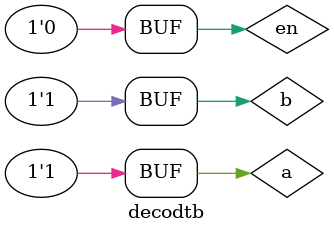
<source format=v>

module decodtb(

    );
    reg en,a,b;
    wire [3:0]y;
    decod d1(en,a,b,y);
    initial
    begin
    en=1;a=1'bx;b=1'bx;
    #10;en=0;a=0;b=0;
    #10;en=0;a=0;b=1;
    #10;en=0;a=1;b=0;
    #10;en=0;a=1;b=1;
    end
    
endmodule

</source>
